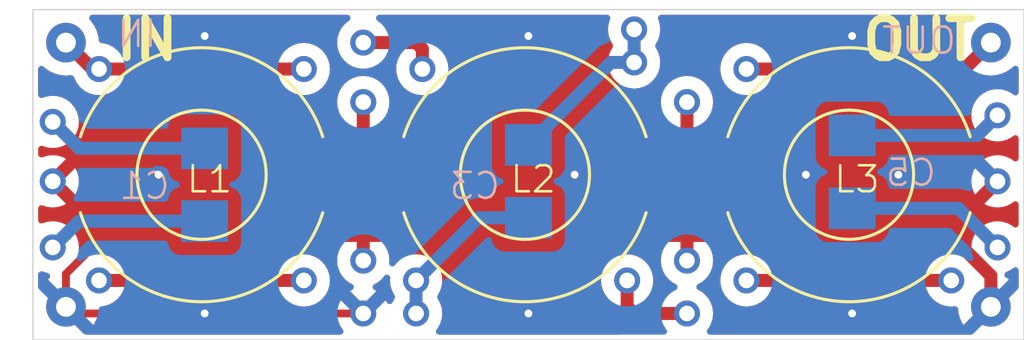
<source format=kicad_pcb>
(kicad_pcb (version 20240108) (generator "pcbnew") (generator_version "8.0")
  (layers (0 "F.Cu" signal) (31 "B.Cu" signal) (34 "B.Paste" user) (35 "F.Paste" user) (36 "B.SilkS" user "B.Silkscreen") (37 "F.SilkS" user "F.Silkscreen") (38 "B.Mask" user) (39 "F.Mask" user) (44 "Edge.Cuts" user))
  (net 0 "")
  (net 1 "IN")
  (net 2 "C1-1")
  (net 3 "C1-2")
  (net 4 "L1-2")
  (net 5 "GND")
  (net 6 "C2-1")
  (net 7 "C2-2")
  (net 8 "L2-1")
  (net 9 "L2-2")
  (net 10 "C3-1")
  (net 11 "C4-1")
  (net 12 "C4-2")
  (net 13 "L3-2")
  (net 14 "OUT")
  (net 15 "C5-1")
  (net 16 "C5-2")
  (net 17 "C3-2")
  (footprint "SparkFun-Fuse:1206" (layer "F.Cu") (at 88.9 82.934 -90)
    (property "Reference" "REF**")
    (property "Value" "1206")
    (pad "1" smd rect (at -1.4 0 270) (size 1.6 1.8) (layers "F.Cu" "F.Paste" "F.Mask") (net 6 "C2-1"))
    (pad "2" smd rect (at 1.4 0 270) (size 1.6 1.8) (layers "F.Cu" "F.Paste" "F.Mask") (net 7 "C2-2"))
  )
  (footprint "SparkFun-Fuse:1206" (layer "F.Cu") (at 101.346 82.934 -90)
    (property "Reference" "REF**")
    (property "Value" "1206")
    (pad "1" smd rect (at -1.4 0 270) (size 1.6 1.8) (layers "F.Cu" "F.Paste" "F.Mask") (net 11 "C4-1"))
    (pad "2" smd rect (at 1.4 0 270) (size 1.6 1.8) (layers "F.Cu" "F.Paste" "F.Mask") (net 12 "C4-2"))
  )
  (footprint "Filters:FilterConn02" (layer "F.Cu") (at 113.03 82.55)
    (property "Reference" "REF**" (hide yes))
    (property "Value" "FilterConn02" (hide yes))
    (pad "3" thru_hole circle (at 0 -5.08) (size 1.524 1.524) (drill 0.762) (layers "*.Cu" "*.Mask") (net 14 "OUT"))
    (pad "4" thru_hole circle (at 0 5.08) (size 1.524 1.524) (drill 0.762) (layers "*.Cu" "*.Mask") (net 5 "GND"))
  )
  (footprint "Filters:FilterConn02" (layer "F.Cu") (at 77.47 82.55)
    (property "Reference" "REF**" (hide yes))
    (property "Value" "FilterConn02" (hide yes))
    (pad "1" thru_hole circle (at 0 -5.08) (size 1.524 1.524) (drill 0.762) (layers "*.Cu" "*.Mask") (net 1 "IN"))
    (pad "2" thru_hole circle (at 0 5.08) (size 1.524 1.524) (drill 0.762) (layers "*.Cu" "*.Mask") (net 5 "GND"))
  )
  (footprint "Inductor_THT:L_Toroid_Horizontal_D9.5mm_P15.00mm_Diameter10-5mm_Amidon-T37" (layer "F.Cu") (at 75.184 82.55)
    (property "Reference" "REF**" (hide yes))
    (property "Value" "L_Toroid_Horizontal_D9.5mm_P15.00mm_Diameter10-5mm_Amidon-T37" (hide yes))
    (fp_arc (start 2.840901 -1.46) (mid 7.5 -4.8825) (end 12.159099 -1.46) (stroke (width 0.12)) (layer "F.SilkS"))
    (fp_arc (start 12.159099 1.46) (mid 7.5 4.8825) (end 2.840901 1.46) (stroke (width 0.12)) (layer "F.SilkS"))
    (fp_circle (center 7.5 0) (end 9.9835 0) (stroke (width 0.12)) (fill none) (layer "F.SilkS"))
    (pad "1" thru_hole circle (at 3.556 -4.064) (size 1 1) (drill 0.6) (layers "*.Cu" "*.Mask") (net 1 "IN"))
    (pad "2" thru_hole circle (at 3.556 4.064) (size 1 1) (drill 0.6) (layers "*.Cu" "*.Mask") (net 4 "L1-2"))
  )
  (footprint "Filters:THTPAD" (layer "F.Cu") (at 90.932 87.884)
    (property "Reference" "REF**" (hide yes))
    (property "Value" "THTPAD" (hide yes))
    (pad "1" thru_hole circle (at 0 0) (size 1 1) (drill 0.6) (layers "*.Cu" "*.Mask") (net 17 "C3-2"))
  )
  (footprint "Filters:THTPAD" (layer "F.Cu") (at 90.932 86.614)
    (property "Reference" "REF**" (hide yes))
    (property "Value" "THTPAD" (hide yes))
    (pad "1" thru_hole circle (at 0 0) (size 1 1) (drill 0.6) (layers "*.Cu" "*.Mask") (net 17 "C3-2"))
  )
  (footprint "Filters:THTPAD" (layer "F.Cu") (at 113.284 80.264)
    (property "Reference" "REF**" (hide yes))
    (property "Value" "THTPAD" (hide yes))
    (pad "1" thru_hole circle (at 0 0) (size 1 1) (drill 0.6) (layers "*.Cu" "*.Mask") (net 15 "C5-1"))
  )
  (footprint "Filters:THTPAD" (layer "F.Cu") (at 88.9 85.852)
    (property "Reference" "REF**" (hide yes))
    (property "Value" "THTPAD" (hide yes))
    (pad "1" thru_hole circle (at 0 0) (size 1 1) (drill 0.6) (layers "*.Cu" "*.Mask") (net 7 "C2-2"))
  )
  (footprint "Filters:THTPAD" (layer "F.Cu") (at 86.614 78.486)
    (property "Reference" "REF**" (hide yes))
    (property "Value" "THTPAD" (hide yes))
    (pad "1" thru_hole circle (at 0 0) (size 1 1) (drill 0.6) (layers "*.Cu" "*.Mask") (net 1 "IN"))
  )
  (footprint "Inductor_THT:L_Toroid_Horizontal_D9.5mm_P15.00mm_Diameter10-5mm_Amidon-T37" (layer "F.Cu") (at 87.6155 82.55)
    (property "Reference" "REF**" (hide yes))
    (property "Value" "L_Toroid_Horizontal_D9.5mm_P15.00mm_Diameter10-5mm_Amidon-T37" (hide yes))
    (fp_arc (start 2.840901 -1.46) (mid 7.5 -4.8825) (end 12.159099 -1.46) (stroke (width 0.12)) (layer "F.SilkS"))
    (fp_arc (start 12.159099 1.46) (mid 7.5 4.8825) (end 2.840901 1.46) (stroke (width 0.12)) (layer "F.SilkS"))
    (fp_circle (center 7.5 0) (end 9.9835 0) (stroke (width 0.12)) (fill none) (layer "F.SilkS"))
    (pad "1" thru_hole circle (at 3.556 -4.064) (size 1 1) (drill 0.6) (layers "*.Cu" "*.Mask") (net 8 "L2-1"))
    (pad "2" thru_hole circle (at 11.43 4.064) (size 1 1) (drill 0.6) (layers "*.Cu" "*.Mask") (net 9 "L2-2"))
  )
  (footprint "Filters:THTPAD" (layer "F.Cu") (at 103.632 86.614)
    (property "Reference" "REF**" (hide yes))
    (property "Value" "THTPAD" (hide yes))
    (pad "1" thru_hole circle (at 0 0) (size 1 1) (drill 0.6) (layers "*.Cu" "*.Mask") (net 13 "L3-2"))
  )
  (footprint "Inductor_THT:L_Toroid_Horizontal_D9.5mm_P15.00mm_Diameter10-5mm_Amidon-T37" (layer "F.Cu") (at 100.076 82.55)
    (property "Reference" "REF**" (hide yes))
    (property "Value" "L_Toroid_Horizontal_D9.5mm_P15.00mm_Diameter10-5mm_Amidon-T37" (hide yes))
    (fp_arc (start 2.840901 -1.46) (mid 7.5 -4.8825) (end 12.159099 -1.46) (stroke (width 0.12)) (layer "F.SilkS"))
    (fp_arc (start 12.159099 1.46) (mid 7.5 4.8825) (end 2.840901 1.46) (stroke (width 0.12)) (layer "F.SilkS"))
    (fp_circle (center 7.5 0) (end 9.9835 0) (stroke (width 0.12)) (fill none) (layer "F.SilkS"))
    (pad "1" thru_hole circle (at 3.556 -4.064) (size 1 1) (drill 0.6) (layers "*.Cu" "*.Mask") (net 14 "OUT"))
    (pad "2" thru_hole circle (at 11.43 4.064) (size 1 1) (drill 0.6) (layers "*.Cu" "*.Mask") (net 13 "L3-2"))
  )
  (footprint "Filters:THTPAD" (layer "F.Cu") (at 88.9 79.756)
    (property "Reference" "REF**" (hide yes))
    (property "Value" "THTPAD" (hide yes))
    (pad "1" thru_hole circle (at 0 0) (size 1 1) (drill 0.6) (layers "*.Cu" "*.Mask") (net 6 "C2-1"))
  )
  (footprint "Filters:THTPAD" (layer "F.Cu") (at 88.9 77.47)
    (property "Reference" "REF**" (hide yes))
    (property "Value" "THTPAD" (hide yes))
    (pad "1" thru_hole circle (at 0 0) (size 1 1) (drill 0.6) (layers "*.Cu" "*.Mask") (net 8 "L2-1"))
  )
  (footprint "Filters:THTPAD" (layer "F.Cu") (at 99.314 78.232)
    (property "Reference" "REF**" (hide yes))
    (property "Value" "THTPAD" (hide yes))
    (pad "1" thru_hole circle (at 0 0) (size 1 1) (drill 0.6) (layers "*.Cu" "*.Mask") (net 10 "C3-1"))
  )
  (footprint "Filters:THTPAD" (layer "F.Cu") (at 113.284 85.344)
    (property "Reference" "REF**" (hide yes))
    (property "Value" "THTPAD" (hide yes))
    (pad "1" thru_hole circle (at 0 0) (size 1 1) (drill 0.6) (layers "*.Cu" "*.Mask") (net 16 "C5-2"))
  )
  (footprint "Filters:THTPAD" (layer "F.Cu") (at 76.962 82.804)
    (property "Reference" "REF**" (hide yes))
    (property "Value" "THTPAD" (hide yes))
    (pad "1" thru_hole circle (at 0 0) (size 1 1) (drill 0.6) (layers "*.Cu" "*.Mask") (net 5 "GND"))
  )
  (footprint "Filters:THTPAD" (layer "F.Cu") (at 76.962 85.344)
    (property "Reference" "REF**" (hide yes))
    (property "Value" "THTPAD" (hide yes))
    (pad "1" thru_hole circle (at 0 0) (size 1 1) (drill 0.6) (layers "*.Cu" "*.Mask") (net 3 "C1-2"))
  )
  (footprint "Filters:THTPAD" (layer "F.Cu") (at 76.962 80.518)
    (property "Reference" "REF**" (hide yes))
    (property "Value" "THTPAD" (hide yes))
    (pad "1" thru_hole circle (at 0 0) (size 1 1) (drill 0.6) (layers "*.Cu" "*.Mask") (net 2 "C1-1"))
  )
  (footprint "Filters:THTPAD" (layer "F.Cu") (at 101.346 85.852)
    (property "Reference" "REF**" (hide yes))
    (property "Value" "THTPAD" (hide yes))
    (pad "1" thru_hole circle (at 0 0) (size 1 1) (drill 0.6) (layers "*.Cu" "*.Mask") (net 12 "C4-2"))
  )
  (footprint "Filters:THTPAD" (layer "F.Cu") (at 86.614 86.614)
    (property "Reference" "REF**" (hide yes))
    (property "Value" "THTPAD" (hide yes))
    (pad "1" thru_hole circle (at 0 0) (size 1 1) (drill 0.6) (layers "*.Cu" "*.Mask") (net 4 "L1-2"))
  )
  (footprint "Filters:THTPAD" (layer "F.Cu") (at 113.284 82.804)
    (property "Reference" "REF**" (hide yes))
    (property "Value" "THTPAD" (hide yes))
    (pad "1" thru_hole circle (at 0 0) (size 1 1) (drill 0.6) (layers "*.Cu" "*.Mask") (net 5 "GND"))
  )
  (footprint "Filters:THTPAD" (layer "F.Cu") (at 101.346 87.884)
    (property "Reference" "REF**" (hide yes))
    (property "Value" "THTPAD" (hide yes))
    (pad "1" thru_hole circle (at 0 0) (size 1 1) (drill 0.6) (layers "*.Cu" "*.Mask") (net 9 "L2-2"))
  )
  (footprint "Filters:THTPAD" (layer "F.Cu") (at 99.314 76.962)
    (property "Reference" "REF**" (hide yes))
    (property "Value" "THTPAD" (hide yes))
    (pad "1" thru_hole circle (at 0 0) (size 1 1) (drill 0.6) (layers "*.Cu" "*.Mask") (net 10 "C3-1"))
  )
  (footprint "Filters:THTPAD" (layer "F.Cu") (at 88.9 87.884)
    (property "Reference" "REF**" (hide yes))
    (property "Value" "THTPAD" (hide yes))
    (pad "1" thru_hole circle (at 0 0) (size 1 1) (drill 0.6) (layers "*.Cu" "*.Mask") (net 5 "GND"))
  )
  (footprint "Filters:THTPAD" (layer "F.Cu") (at 101.346 79.756)
    (property "Reference" "REF**" (hide yes))
    (property "Value" "THTPAD" (hide yes))
    (pad "1" thru_hole circle (at 0 0) (size 1 1) (drill 0.6) (layers "*.Cu" "*.Mask") (net 11 "C4-1"))
  )
  (footprint "SparkFun-Fuse:1206" (layer "B.Cu") (at 95.25 82.804 -90)
    (property "Reference" "REF**")
    (property "Value" "1206")
    (pad "1" smd rect (at -1.4 0 270) (size 1.6 1.8) (layers "B.Cu" "B.Paste" "B.Mask") (net 10 "C3-1"))
    (pad "2" smd rect (at 1.4 0 270) (size 1.6 1.8) (layers "B.Cu" "B.Paste" "B.Mask") (net 17 "C3-2"))
  )
  (footprint "SparkFun-Fuse:1206" (layer "B.Cu") (at 82.804 82.934 -90)
    (property "Reference" "REF**")
    (property "Value" "1206")
    (pad "1" smd rect (at -1.4 0 270) (size 1.6 1.8) (layers "B.Cu" "B.Paste" "B.Mask") (net 2 "C1-1"))
    (pad "2" smd rect (at 1.4 0 270) (size 1.6 1.8) (layers "B.Cu" "B.Paste" "B.Mask") (net 3 "C1-2"))
  )
  (footprint "SparkFun-Fuse:1206" (layer "B.Cu") (at 107.696 82.4405 -90)
    (property "Reference" "REF**")
    (property "Value" "1206")
    (pad "1" smd rect (at -1.4 0 270) (size 1.6 1.8) (layers "B.Cu" "B.Paste" "B.Mask") (net 15 "C5-1"))
    (pad "2" smd rect (at 1.4 0 270) (size 1.6 1.8) (layers "B.Cu" "B.Paste" "B.Mask") (net 16 "C5-2"))
  )
  (gr_rect (start 76.2 76.2) (end 114.3 88.9) (stroke (width 0.05)) (fill none) (layer "Edge.Cuts"))
  (gr_text "C3" (at 94.234 83.566 0) (layer "B.SilkS") (effects (font (size 1 1) (thickness 0.1)) (justify left bottom mirror)))
  (gr_text "OUT" (at 111.76 77.978 0) (layer "B.SilkS") (effects (font (size 1 1) (thickness 0.1)) (justify left bottom mirror)))
  (gr_text "C1" (at 81.534 83.566 0) (layer "B.SilkS") (effects (font (size 1 1) (thickness 0.1)) (justify left bottom mirror)))
  (gr_text "C5" (at 110.998 83.058 0) (layer "B.SilkS") (effects (font (size 1 1) (thickness 0.1)) (justify left bottom mirror)))
  (gr_text "IN" (at 81.026 77.724 0) (layer "B.SilkS") (effects (font (size 1 1) (thickness 0.1)) (justify left bottom mirror)))
  (gr_text "OUT" (at 107.95 78.232 0) (layer "F.SilkS") (effects (font (size 1.5 1.5) (thickness 0.3) (bold yes)) (justify left bottom)))
  (gr_text "L2" (at 94.488 83.312 0) (layer "F.SilkS") (effects (font (size 1 1) (thickness 0.1)) (justify left bottom)))
  (gr_text "L3" (at 106.934 83.312 0) (layer "F.SilkS") (effects (font (size 1 1) (thickness 0.1)) (justify left bottom)))
  (gr_text "IN" (at 79.248 78.232 0) (layer "F.SilkS") (effects (font (size 1.5 1.5) (thickness 0.3) (bold yes)) (justify left bottom)))
  (gr_text "L1" (at 82.042 83.312 0) (layer "F.SilkS") (effects (font (size 1 1) (thickness 0.1)) (justify left bottom)))
  (segment (start 78.74 78.486) (end 78.486 78.486) (width 0.5) (layer "F.Cu") (net 1))
  (segment (start 78.74 78.486) (end 86.614 78.486) (width 0.5) (layer "F.Cu") (net 1))
  (segment (start 78.486 78.486) (end 77.47 77.47) (width 0.5) (layer "F.Cu") (net 1))
  (segment (start 77.978 81.534) (end 76.962 80.518) (width 0.5) (layer "B.Cu") (net 2))
  (segment (start 82.804 81.534) (end 77.978 81.534) (width 0.5) (layer "B.Cu") (net 2))
  (segment (start 77.972 84.334) (end 76.962 85.344) (width 0.5) (layer "B.Cu") (net 3))
  (segment (start 82.804 84.334) (end 77.972 84.334) (width 0.5) (layer "B.Cu") (net 3))
  (segment (start 78.74 86.614) (end 86.614 86.614) (width 0.5) (layer "F.Cu") (net 4))
  (segment (start 111.76 85.163503) (end 111.76 84.328) (width 0.5) (layer "F.Cu") (net 5))
  (segment (start 111.76 84.328) (end 113.284 82.804) (width 0.5) (layer "F.Cu") (net 5))
  (segment (start 113.03 87.63) (end 113.03 86.433503) (width 0.5) (layer "F.Cu") (net 5))
  (segment (start 82.804 87.884) (end 77.724 87.884) (width 0.3) (layer "F.Cu") (net 5))
  (segment (start 113.03 87.63) (end 112.522 87.63) (width 0.5) (layer "F.Cu") (net 5))
  (segment (start 88.9 87.884) (end 82.804 87.884) (width 0.3) (layer "F.Cu") (net 5))
  (segment (start 77.47 87.63) (end 77.47 86.36) (width 0.3) (layer "F.Cu") (net 5))
  (segment (start 77.47 86.36) (end 78.486 85.344) (width 0.3) (layer "F.Cu") (net 5))
  (segment (start 78.486 85.344) (end 78.486 84.328) (width 0.3) (layer "F.Cu") (net 5))
  (segment (start 77.724 87.884) (end 77.47 87.63) (width 0.3) (layer "F.Cu") (net 5))
  (segment (start 113.03 86.433503) (end 111.76 85.163503) (width 0.5) (layer "F.Cu") (net 5))
  (segment (start 78.486 84.328) (end 76.962 82.804) (width 0.3) (layer "F.Cu") (net 5))
  (via (at 82.804 77.216) (size 0.7) (drill 0.3) (layers "F.Cu" "B.Cu") (net 5))
  (via (at 107.696 77.216) (size 0.7) (drill 0.3) (layers "F.Cu" "B.Cu") (net 5))
  (via (at 95.25 77.216) (size 0.7) (drill 0.3) (layers "F.Cu" "B.Cu") (net 5))
  (via (at 109.474 82.55) (size 0.7) (drill 0.3) (layers "F.Cu" "B.Cu") (net 5))
  (via (at 95.25 87.884) (size 0.7) (drill 0.3) (layers "F.Cu" "B.Cu") (net 5))
  (via (at 97.028 82.55) (size 0.7) (drill 0.3) (layers "F.Cu" "B.Cu") (net 5))
  (via (at 81.026 82.55) (size 0.7) (drill 0.3) (layers "F.Cu" "B.Cu") (net 5))
  (via (at 105.918 82.55) (size 0.7) (drill 0.3) (layers "F.Cu" "B.Cu") (net 5))
  (via (at 107.696 87.884) (size 0.7) (drill 0.3) (layers "F.Cu" "B.Cu") (net 5))
  (via (at 82.804 87.884) (size 0.7) (drill 0.3) (layers "F.Cu" "B.Cu") (net 5))
  (segment (start 88.9 81.534) (end 88.9 79.756) (width 0.5) (layer "F.Cu") (net 6))
  (segment (start 88.9 84.334) (end 88.9 85.852) (width 0.5) (layer "F.Cu") (net 7))
  (segment (start 91.1715 77.7095) (end 90.932 77.47) (width 0.5) (layer "F.Cu") (net 8))
  (segment (start 91.1715 78.486) (end 91.1715 77.7095) (width 0.5) (layer "F.Cu") (net 8))
  (segment (start 90.932 77.47) (end 88.9 77.47) (width 0.5) (layer "F.Cu") (net 8))
  (segment (start 99.0455 86.614) (end 99.0455 87.6155) (width 0.5) (layer "F.Cu") (net 9))
  (segment (start 99.0455 87.6155) (end 99.314 87.884) (width 0.5) (layer "F.Cu") (net 9))
  (segment (start 99.314 87.884) (end 101.346 87.884) (width 0.5) (layer "F.Cu") (net 9))
  (segment (start 99.314 78.232) (end 99.314 76.962) (width 0.5) (layer "B.Cu") (net 10))
  (segment (start 95.25 81.404) (end 98.422 78.232) (width 0.5) (layer "B.Cu") (net 10))
  (segment (start 98.422 78.232) (end 99.314 78.232) (width 0.5) (layer "B.Cu") (net 10))
  (segment (start 101.346 81.534) (end 101.346 79.756) (width 0.5) (layer "F.Cu") (net 11))
  (segment (start 101.346 84.334) (end 101.346 85.852) (width 0.5) (layer "F.Cu") (net 12))
  (segment (start 111.506 86.614) (end 103.632 86.614) (width 0.5) (layer "F.Cu") (net 13))
  (segment (start 103.632 78.486) (end 111.506 78.486) (width 0.5) (layer "F.Cu") (net 14))
  (segment (start 112.014 78.486) (end 113.03 77.47) (width 0.5) (layer "F.Cu") (net 14))
  (segment (start 111.506 78.486) (end 112.014 78.486) (width 0.5) (layer "F.Cu") (net 14))
  (segment (start 112.5075 81.0405) (end 113.284 80.264) (width 0.5) (layer "B.Cu") (net 15))
  (segment (start 107.696 81.0405) (end 112.5075 81.0405) (width 0.5) (layer "B.Cu") (net 15))
  (segment (start 107.696 83.8405) (end 111.7805 83.8405) (width 0.5) (layer "B.Cu") (net 16))
  (segment (start 111.7805 83.8405) (end 113.284 85.344) (width 0.5) (layer "B.Cu") (net 16))
  (segment (start 90.932 86.614) (end 90.932 87.884) (width 0.5) (layer "B.Cu") (net 17))
  (segment (start 95.25 84.204) (end 93.342 84.204) (width 0.5) (layer "B.Cu") (net 17))
  (segment (start 93.342 84.204) (end 90.932 86.614) (width 0.5) (layer "B.Cu") (net 17))
  (zone (net 5) (net_name "GND") (layer "F.Cu") (connect_pads (clearance 0.5)) (min_thickness 0.25) (fill yes (thermal_gap 0.5) (thermal_bridge_width 0.5))
    (polygon (pts (xy 76.2 76.2) (xy 114.3 76.2) (xy 114.3 88.9) (xy 76.2 88.9)))
  )
  (zone (net 5) (net_name "GND") (layer "B.Cu") (priority 1) (connect_pads (clearance 0.5)) (min_thickness 0.25) (fill yes (thermal_gap 0.5) (thermal_bridge_width 0.5))
    (polygon (pts (xy 76.2 76.2) (xy 114.3 76.2) (xy 114.3 88.9) (xy 76.2 88.9) (xy 76.2 75.946)))
  )
)
</source>
